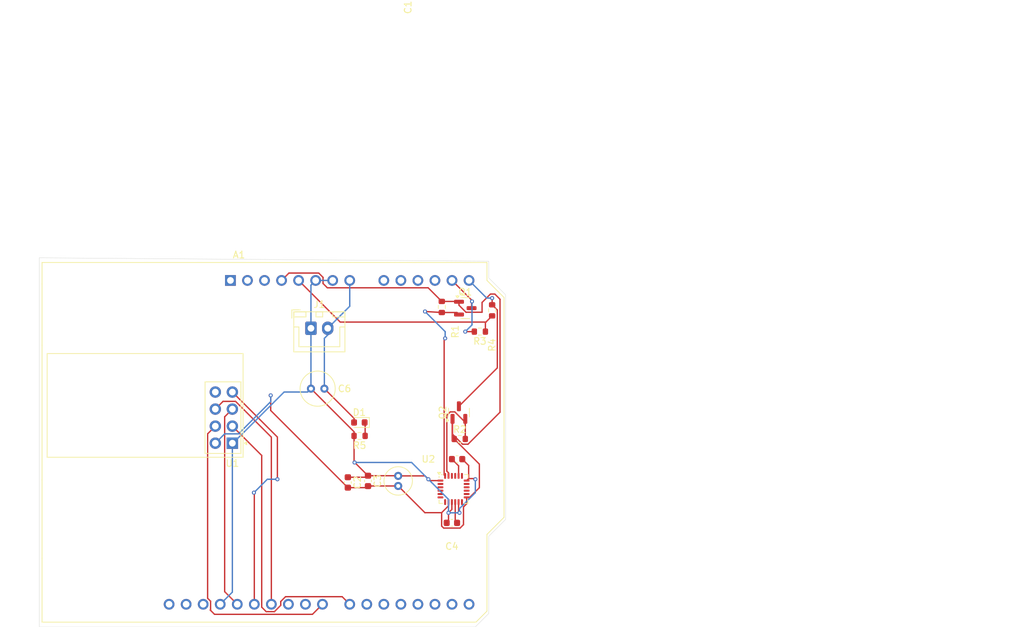
<source format=kicad_pcb>
(kicad_pcb (version 20240108) (generator "pcbnew") (generator_version "8.0")
  (layers (0 "F.Cu" signal) (31 "B.Cu" signal) (34 "B.Paste" user) (35 "F.Paste" user) (36 "B.SilkS" user "B.Silkscreen") (37 "F.SilkS" user "F.Silkscreen") (38 "B.Mask" user) (39 "F.Mask" user) (44 "Edge.Cuts" user))
  (net 0 "")
  (net 6 "SCL")
  (net 8 "+BATT")
  (net 9 "+3.3V")
  (net 10 "GND")
  (net 12 "MISO")
  (net 14 "+5V")
  (net 15 "SDA")
  (net 16 "CE")
  (net 17 "CSN")
  (net 27 "SCK")
  (net 28 "MOSI")
  (net 31 "Net-(U2-REGOUT)")
  (net 32 "Net-(U2-CPOUT)")
  (net 33 "Net-(D1-K)")
  (net 34 "SDA_3.3V")
  (net 35 "SCL_3.3V")
  (footprint "Resistor_SMD:R_0603_1608Metric" (layer "F.Cu") (at 185.5 66.325 -90)
    (property "Reference" "R1" (at 3.675 -2 90) (layer "F.SilkS"))
    (property "Value" "10K")
    (fp_line (start -0.237258 0.5225) (end 0.237258 0.5225) (stroke (width 0.12)) (layer "F.SilkS"))
    (fp_line (start -0.237258 -0.5225) (end 0.237258 -0.5225) (stroke (width 0.12)) (layer "F.SilkS"))
    (pad "1" smd roundrect (at -0.825 0 270) (size 0.8 0.95) (layers "F.Cu" "F.Paste" "F.Mask") (net 9 "+3.3V"))
    (pad "2" smd roundrect (at 0.825 0 270) (size 0.8 0.95) (layers "F.Cu" "F.Paste" "F.Mask") (net 34 "SDA_3.3V"))
  )
  (footprint "Module:Arduino_UNO_R3" (layer "F.Cu") (at 154 62.37)
    (property "Reference" "A1" (at 1.27 -3.81 180) (layer "F.SilkS"))
    (property "Value" "Arduino_UNO_R3")
    (fp_line (start -28.07 -2.67) (end -28.07 0.51) (stroke (width 0.12)) (layer "F.SilkS"))
    (fp_line (start -28.07 0.51) (end -28.07 9.65) (stroke (width 0.12)) (layer "F.SilkS"))
    (fp_line (start -28.07 9.65) (end -28.07 29.72) (stroke (width 0.12)) (layer "F.SilkS"))
    (fp_line (start -28.07 29.72) (end -28.07 41.4) (stroke (width 0.12)) (layer "F.SilkS"))
    (fp_line (start -28.07 41.4) (end -28.07 50.93) (stroke (width 0.12)) (layer "F.SilkS"))
    (fp_line (start -28.07 50.93) (end 36.58 50.93) (stroke (width 0.12)) (layer "F.SilkS"))
    (fp_line (start 36.58 50.93) (end 38.23 49.28) (stroke (width 0.12)) (layer "F.SilkS"))
    (fp_line (start 38.23 -2.67) (end -28.07 -2.67) (stroke (width 0.12)) (layer "F.SilkS"))
    (fp_line (start 38.23 0) (end 38.23 -2.67) (stroke (width 0.12)) (layer "F.SilkS"))
    (fp_line (start 38.23 37.85) (end 40.77 35.31) (stroke (width 0.12)) (layer "F.SilkS"))
    (fp_line (start 38.23 49.28) (end 38.23 37.85) (stroke (width 0.12)) (layer "F.SilkS"))
    (fp_line (start 40.77 2.54) (end 38.23 0) (stroke (width 0.12)) (layer "F.SilkS"))
    (fp_line (start 40.77 35.31) (end 40.77 2.54) (stroke (width 0.12)) (layer "F.SilkS"))
    (pad "1" thru_hole rect (at 0 0 90) (size 1.6 1.6) (drill 1) (layers "*.Cu" "*.Mask"))
    (pad "2" thru_hole oval (at 2.54 0 90) (size 1.6 1.6) (drill 1) (layers "*.Cu" "*.Mask"))
    (pad "3" thru_hole oval (at 5.08 0 90) (size 1.6 1.6) (drill 1) (layers "*.Cu" "*.Mask"))
    (pad "4" thru_hole oval (at 7.62 0 90) (size 1.6 1.6) (drill 1) (layers "*.Cu" "*.Mask") (net 9 "+3.3V"))
    (pad "5" thru_hole oval (at 10.16 0 90) (size 1.6 1.6) (drill 1) (layers "*.Cu" "*.Mask") (net 14 "+5V"))
    (pad "6" thru_hole oval (at 12.7 0 90) (size 1.6 1.6) (drill 1) (layers "*.Cu" "*.Mask") (net 10 "GND"))
    (pad "7" thru_hole oval (at 15.24 0 90) (size 1.6 1.6) (drill 1) (layers "*.Cu" "*.Mask") (net 10 "GND"))
    (pad "8" thru_hole oval (at 17.78 0 90) (size 1.6 1.6) (drill 1) (layers "*.Cu" "*.Mask") (net 8 "+BATT"))
    (pad "9" thru_hole oval (at 22.86 0 90) (size 1.6 1.6) (drill 1) (layers "*.Cu" "*.Mask"))
    (pad "10" thru_hole oval (at 25.4 0 90) (size 1.6 1.6) (drill 1) (layers "*.Cu" "*.Mask"))
    (pad "11" thru_hole oval (at 27.94 0 90) (size 1.6 1.6) (drill 1) (layers "*.Cu" "*.Mask"))
    (pad "12" thru_hole oval (at 30.48 0 90) (size 1.6 1.6) (drill 1) (layers "*.Cu" "*.Mask"))
    (pad "13" thru_hole oval (at 33.02 0 90) (size 1.6 1.6) (drill 1) (layers "*.Cu" "*.Mask") (net 15 "SDA"))
    (pad "14" thru_hole oval (at 35.56 0 90) (size 1.6 1.6) (drill 1) (layers "*.Cu" "*.Mask") (net 6 "SCL"))
    (pad "15" thru_hole oval (at 35.56 48.26 90) (size 1.6 1.6) (drill 1) (layers "*.Cu" "*.Mask"))
    (pad "16" thru_hole oval (at 33.02 48.26 90) (size 1.6 1.6) (drill 1) (layers "*.Cu" "*.Mask"))
    (pad "17" thru_hole oval (at 30.48 48.26 90) (size 1.6 1.6) (drill 1) (layers "*.Cu" "*.Mask"))
    (pad "18" thru_hole oval (at 27.94 48.26 90) (size 1.6 1.6) (drill 1) (layers "*.Cu" "*.Mask"))
    (pad "19" thru_hole oval (at 25.4 48.26 90) (size 1.6 1.6) (drill 1) (layers "*.Cu" "*.Mask"))
    (pad "20" thru_hole oval (at 22.86 48.26 90) (size 1.6 1.6) (drill 1) (layers "*.Cu" "*.Mask"))
    (pad "21" thru_hole oval (at 20.32 48.26 90) (size 1.6 1.6) (drill 1) (layers "*.Cu" "*.Mask"))
    (pad "22" thru_hole oval (at 17.78 48.26 90) (size 1.6 1.6) (drill 1) (layers "*.Cu" "*.Mask") (net 16 "CE"))
    (pad "23" thru_hole oval (at 13.72 48.26 90) (size 1.6 1.6) (drill 1) (layers "*.Cu" "*.Mask") (net 17 "CSN"))
    (pad "24" thru_hole oval (at 11.18 48.26 90) (size 1.6 1.6) (drill 1) (layers "*.Cu" "*.Mask"))
    (pad "25" thru_hole oval (at 8.64 48.26 90) (size 1.6 1.6) (drill 1) (layers "*.Cu" "*.Mask"))
    (pad "26" thru_hole oval (at 6.1 48.26 90) (size 1.6 1.6) (drill 1) (layers "*.Cu" "*.Mask") (net 28 "MOSI"))
    (pad "27" thru_hole oval (at 3.56 48.26 90) (size 1.6 1.6) (drill 1) (layers "*.Cu" "*.Mask") (net 12 "MISO"))
    (pad "28" thru_hole oval (at 1.02 48.26 90) (size 1.6 1.6) (drill 1) (layers "*.Cu" "*.Mask") (net 27 "SCK"))
    (pad "29" thru_hole oval (at -1.52 48.26 90) (size 1.6 1.6) (drill 1) (layers "*.Cu" "*.Mask") (net 10 "GND"))
    (pad "30" thru_hole oval (at -4.06 48.26 90) (size 1.6 1.6) (drill 1) (layers "*.Cu" "*.Mask"))
    (pad "31" thru_hole oval (at -6.6 48.26 90) (size 1.6 1.6) (drill 1) (layers "*.Cu" "*.Mask"))
    (pad "32" thru_hole oval (at -9.14 48.26 90) (size 1.6 1.6) (drill 1) (layers "*.Cu" "*.Mask"))
  )
  (footprint "Package_TO_SOT_SMD:SOT-23" (layer "F.Cu") (at 188.05 82.0625 90)
    (property "Reference" "Q2" (at 0 -2.4 90) (layer "F.SilkS"))
    (property "Value" "BSS138")
    (fp_line (start 0 -1.56) (end 0.65 -1.56) (stroke (width 0.12)) (layer "F.SilkS"))
    (fp_line (start 0 -1.56) (end -0.65 -1.56) (stroke (width 0.12)) (layer "F.SilkS"))
    (fp_line (start 0 1.56) (end 0.65 1.56) (stroke (width 0.12)) (layer "F.SilkS"))
    (fp_line (start 0 1.56) (end -0.65 1.56) (stroke (width 0.12)) (layer "F.SilkS"))
    (fp_poly (pts (xy -1.1625 -1.51) (xy -1.4025 -1.84) (xy -0.9225 -1.84) (xy -1.1625 -1.51)) (stroke (width 0.12)) (fill solid) (layer "F.SilkS"))
    (pad "1" smd roundrect (at -0.9375 -0.95 90) (size 1.475 0.6) (layers "F.Cu" "F.Paste" "F.Mask") (net 9 "+3.3V"))
    (pad "2" smd roundrect (at -0.9375 0.95 90) (size 1.475 0.6) (layers "F.Cu" "F.Paste" "F.Mask") (net 35 "SCL_3.3V"))
    (pad "3" smd roundrect (at 0.9375 0 90) (size 1.475 0.6) (layers "F.Cu" "F.Paste" "F.Mask") (net 6 "SCL"))
  )
  (footprint "Resistor_SMD:R_0603_1608Metric" (layer "F.Cu") (at 173.25 85.54 180)
    (property "Reference" "R5" (at 0 -1.43 360) (layer "F.SilkS"))
    (property "Value" "1k")
    (fp_line (start -0.237258 0.5225) (end 0.237258 0.5225) (stroke (width 0.12)) (layer "F.SilkS"))
    (fp_line (start -0.237258 -0.5225) (end 0.237258 -0.5225) (stroke (width 0.12)) (layer "F.SilkS"))
    (pad "1" smd roundrect (at -0.825 0 180) (size 0.8 0.95) (layers "F.Cu" "F.Paste" "F.Mask") (net 33 "Net-(D1-K)"))
    (pad "2" smd roundrect (at 0.825 0 180) (size 0.8 0.95) (layers "F.Cu" "F.Paste" "F.Mask") (net 10 "GND"))
  )
  (footprint "Capacitor_THT:C_Radial_D4.0mm_H5.0mm_P1.50mm" (layer "F.Cu") (at 179 93 90)
    (property "Reference" "C1" (at 71.32 1.46 90) (layer "F.SilkS"))
    (property "Value" "10uf")
    (fp_circle (center 0.75 0) (end 2.87 0) (stroke (width 0.12)) (fill none) (layer "F.SilkS"))
    (pad "1" thru_hole circle (at 0 0 90) (size 1.2 1.2) (drill 0.6) (layers "*.Cu" "*.Mask") (net 9 "+3.3V"))
    (pad "2" thru_hole circle (at 1.5 0 90) (size 1.2 1.2) (drill 0.6) (layers "*.Cu" "*.Mask") (net 10 "GND"))
  )
  (footprint "RF_Module:nRF24L01_Breakout" (layer "F.Cu") (at 154.2895 86.625 180)
    (property "Reference" "U1" (at 0 -3 360) (layer "F.SilkS"))
    (property "Value" "NRF24L01_Breakout")
    (fp_line (start 27.6 13.35) (end -1.6 13.35) (stroke (width 0.12)) (layer "F.SilkS"))
    (fp_line (start 27.6 -2.1) (end 27.6 13.35) (stroke (width 0.12)) (layer "F.SilkS"))
    (fp_line (start 4.064 9.144) (end -1.27 9.144) (stroke (width 0.12)) (layer "F.SilkS"))
    (fp_line (start 4.064 -1.524) (end 4.064 9.144) (stroke (width 0.12)) (layer "F.SilkS"))
    (fp_line (start -1.27 9.144) (end -1.27 9.144) (stroke (width 0.12)) (layer "F.SilkS"))
    (fp_line (start -1.27 9.144) (end -1.27 -1.524) (stroke (width 0.12)) (layer "F.SilkS"))
    (fp_line (start -1.27 -1.524) (end 4.064 -1.524) (stroke (width 0.12)) (layer "F.SilkS"))
    (fp_line (start -1.27 -1.524) (end -1.27 -1.524) (stroke (width 0.12)) (layer "F.SilkS"))
    (fp_line (start -1.6 13.35) (end -1.6 -2.1) (stroke (width 0.12)) (layer "F.SilkS"))
    (fp_line (start -1.6 -2.1) (end 27.6 -2.1) (stroke (width 0.12)) (layer "F.SilkS"))
    (fp_line (start -1.6 -2.1) (end -1.6 -2.1) (stroke (width 0.12)) (layer "F.SilkS"))
    (fp_poly (pts (xy -1.8 0) (xy -2.136 0.24) (xy -2.136 -0.24) (xy -1.8 0)) (stroke (width 0.12)) (fill solid) (layer "F.SilkS"))
    (pad "1" thru_hole rect (at 0 0 180) (size 1.7 1.7) (drill 1) (layers "*.Cu" "*.Mask") (net 10 "GND"))
    (pad "2" thru_hole circle (at 2.54 0 180) (size 1.7 1.7) (drill 1) (layers "*.Cu" "*.Mask") (net 9 "+3.3V"))
    (pad "3" thru_hole circle (at 0 2.54 180) (size 1.7 1.7) (drill 1) (layers "*.Cu" "*.Mask") (net 16 "CE"))
    (pad "4" thru_hole circle (at 2.54 2.54 180) (size 1.7 1.7) (drill 1) (layers "*.Cu" "*.Mask") (net 17 "CSN"))
    (pad "5" thru_hole circle (at 0 5.08 180) (size 1.7 1.7) (drill 1) (layers "*.Cu" "*.Mask") (net 27 "SCK"))
    (pad "6" thru_hole circle (at 2.54 5.08 180) (size 1.7 1.7) (drill 1) (layers "*.Cu" "*.Mask") (net 28 "MOSI"))
    (pad "7" thru_hole circle (at 0 7.62 180) (size 1.7 1.7) (drill 1) (layers "*.Cu" "*.Mask") (net 12 "MISO"))
    (pad "8" thru_hole circle (at 2.54 7.62 180) (size 1.7 1.7) (drill 1) (layers "*.Cu" "*.Mask"))
  )
  (footprint "Resistor_SMD:R_0603_1608Metric" (layer "F.Cu") (at 188.175 86)
    (property "Reference" "R2" (at 0 -1.43 360) (layer "F.SilkS"))
    (property "Value" "10K")
    (fp_line (start -0.237258 -0.5225) (end 0.237258 -0.5225) (stroke (width 0.12)) (layer "F.SilkS"))
    (fp_line (start -0.237258 0.5225) (end 0.237258 0.5225) (stroke (width 0.12)) (layer "F.SilkS"))
    (pad "1" smd roundrect (at -0.825 0) (size 0.8 0.95) (layers "F.Cu" "F.Paste" "F.Mask") (net 9 "+3.3V"))
    (pad "2" smd roundrect (at 0.825 0) (size 0.8 0.95) (layers "F.Cu" "F.Paste" "F.Mask") (net 35 "SCL_3.3V"))
  )
  (footprint "Resistor_SMD:R_0603_1608Metric" (layer "F.Cu") (at 193 66.825 90)
    (property "Reference" "R4" (at -5.175 0 90) (layer "F.SilkS"))
    (property "Value" "10K")
    (fp_line (start -0.237258 -0.5225) (end 0.237258 -0.5225) (stroke (width 0.12)) (layer "F.SilkS"))
    (fp_line (start -0.237258 0.5225) (end 0.237258 0.5225) (stroke (width 0.12)) (layer "F.SilkS"))
    (pad "1" smd roundrect (at -0.825 0 90) (size 0.8 0.95) (layers "F.Cu" "F.Paste" "F.Mask") (net 14 "+5V"))
    (pad "2" smd roundrect (at 0.825 0 90) (size 0.8 0.95) (layers "F.Cu" "F.Paste" "F.Mask") (net 6 "SCL"))
  )
  (footprint "LED_SMD:LED_0603_1608Metric" (layer "F.Cu") (at 173.2125 83.54 180)
    (property "Reference" "D1" (at 0 1.5 360) (layer "F.SilkS"))
    (property "Value" "LED")
    (fp_line (start 0.8 -0.735) (end -1.485 -0.735) (stroke (width 0.12)) (layer "F.SilkS"))
    (fp_line (start -1.485 0.735) (end 0.8 0.735) (stroke (width 0.12)) (layer "F.SilkS"))
    (fp_line (start -1.485 -0.735) (end -1.485 0.735) (stroke (width 0.12)) (layer "F.SilkS"))
    (pad "1" smd roundrect (at -0.7875 0 180) (size 0.875 0.95) (layers "F.Cu" "F.Paste" "F.Mask") (net 33 "Net-(D1-K)"))
    (pad "2" smd roundrect (at 0.7875 0 180) (size 0.875 0.95) (layers "F.Cu" "F.Paste" "F.Mask") (net 8 "+BATT"))
  )
  (footprint "Capacitor_SMD:C_0603_1608Metric" (layer "F.Cu") (at 171.5 92.475 -90)
    (property "Reference" "C2" (at 0 -1.43 90) (layer "F.SilkS"))
    (property "Value" "100n")
    (fp_line (start -0.14058 0.51) (end 0.14058 0.51) (stroke (width 0.12)) (layer "F.SilkS"))
    (fp_line (start -0.14058 -0.51) (end 0.14058 -0.51) (stroke (width 0.12)) (layer "F.SilkS"))
    (pad "1" smd roundrect (at -0.775 0 270) (size 0.9 0.95) (layers "F.Cu" "F.Paste" "F.Mask") (net 10 "GND"))
    (pad "2" smd roundrect (at 0.775 0 270) (size 0.9 0.95) (layers "F.Cu" "F.Paste" "F.Mask") (net 9 "+3.3V"))
  )
  (footprint "Resistor_SMD:R_0603_1608Metric" (layer "F.Cu") (at 191.175 70 180)
    (property "Reference" "R3" (at 0 -1.43 360) (layer "F.SilkS"))
    (property "Value" "10K")
    (fp_line (start -0.237258 0.5225) (end 0.237258 0.5225) (stroke (width 0.12)) (layer "F.SilkS"))
    (fp_line (start -0.237258 -0.5225) (end 0.237258 -0.5225) (stroke (width 0.12)) (layer "F.SilkS"))
    (pad "1" smd roundrect (at -0.825 0 180) (size 0.8 0.95) (layers "F.Cu" "F.Paste" "F.Mask") (net 14 "+5V"))
    (pad "2" smd roundrect (at 0.825 0 180) (size 0.8 0.95) (layers "F.Cu" "F.Paste" "F.Mask") (net 15 "SDA"))
  )
  (footprint "Capacitor_SMD:C_0603_1608Metric" (layer "F.Cu") (at 187.775 89 180)
    (property "Reference" "C5" (hide yes))
    (property "Value" "220p")
    (fp_line (start -0.14058 0.51) (end 0.14058 0.51) (stroke (width 0.12)) (layer "F.SilkS"))
    (fp_line (start -0.14058 -0.51) (end 0.14058 -0.51) (stroke (width 0.12)) (layer "F.SilkS"))
    (pad "1" smd roundrect (at -0.775 0 180) (size 0.9 0.95) (layers "F.Cu" "F.Paste" "F.Mask") (net 10 "GND"))
    (pad "2" smd roundrect (at 0.775 0 180) (size 0.9 0.95) (layers "F.Cu" "F.Paste" "F.Mask") (net 32 "Net-(U2-CPOUT)"))
  )
  (footprint "Capacitor_THT:C_Radial_D5.0mm_H7.0mm_P2.00mm" (layer "F.Cu") (at 168 78.5 180)
    (property "Reference" "C6" (at -3 0 360) (layer "F.SilkS"))
    (property "Value" "100u")
    (fp_circle (center 1 0) (end 3.62 0) (stroke (width 0.12)) (fill none) (layer "F.SilkS"))
    (pad "1" thru_hole circle (at 0 0 180) (size 1.2 1.2) (drill 0.6) (layers "*.Cu" "*.Mask") (net 8 "+BATT"))
    (pad "2" thru_hole circle (at 2 0 180) (size 1.2 1.2) (drill 0.6) (layers "*.Cu" "*.Mask") (net 10 "GND"))
  )
  (footprint "Connector_JST:JST_XH_B2B-XH-A_1x02_P2.50mm_Vertical" (layer "F.Cu") (at 166 69.5)
    (property "Reference" "J1" (at 1.25 -3.55 0) (layer "F.SilkS"))
    (property "Value" "POWER CONN")
    (fp_line (start -2.85 -2.75) (end -2.85 -1.5) (stroke (width 0.12)) (layer "F.SilkS"))
    (fp_line (start -2.56 -2.46) (end -2.56 3.51) (stroke (width 0.12)) (layer "F.SilkS"))
    (fp_line (start -2.56 3.51) (end 5.06 3.51) (stroke (width 0.12)) (layer "F.SilkS"))
    (fp_line (start -2.55 -2.45) (end -2.55 -1.7) (stroke (width 0.12)) (layer "F.SilkS"))
    (fp_line (start -2.55 -1.7) (end -0.75 -1.7) (stroke (width 0.12)) (layer "F.SilkS"))
    (fp_line (start -2.55 -0.2) (end -1.8 -0.2) (stroke (width 0.12)) (layer "F.SilkS"))
    (fp_line (start -1.8 -0.2) (end -1.8 2.75) (stroke (width 0.12)) (layer "F.SilkS"))
    (fp_line (start -1.8 2.75) (end 1.25 2.75) (stroke (width 0.12)) (layer "F.SilkS"))
    (fp_line (start -1.6 -2.75) (end -2.85 -2.75) (stroke (width 0.12)) (layer "F.SilkS"))
    (fp_line (start -0.75 -2.45) (end -2.55 -2.45) (stroke (width 0.12)) (layer "F.SilkS"))
    (fp_line (start -0.75 -1.7) (end -0.75 -2.45) (stroke (width 0.12)) (layer "F.SilkS"))
    (fp_line (start 0.75 -2.45) (end 0.75 -1.7) (stroke (width 0.12)) (layer "F.SilkS"))
    (fp_line (start 0.75 -1.7) (end 1.75 -1.7) (stroke (width 0.12)) (layer "F.SilkS"))
    (fp_line (start 1.75 -2.45) (end 0.75 -2.45) (stroke (width 0.12)) (layer "F.SilkS"))
    (fp_line (start 1.75 -1.7) (end 1.75 -2.45) (stroke (width 0.12)) (layer "F.SilkS"))
    (fp_line (start 3.25 -2.45) (end 3.25 -1.7) (stroke (width 0.12)) (layer "F.SilkS"))
    (fp_line (start 3.25 -1.7) (end 5.05 -1.7) (stroke (width 0.12)) (layer "F.SilkS"))
    (fp_line (start 4.3 -0.2) (end 4.3 2.75) (stroke (width 0.12)) (layer "F.SilkS"))
    (fp_line (start 4.3 2.75) (end 1.25 2.75) (stroke (width 0.12)) (layer "F.SilkS"))
    (fp_line (start 5.05 -2.45) (end 3.25 -2.45) (stroke (width 0.12)) (layer "F.SilkS"))
    (fp_line (start 5.05 -1.7) (end 5.05 -2.45) (stroke (width 0.12)) (layer "F.SilkS"))
    (fp_line (start 5.05 -0.2) (end 4.3 -0.2) (stroke (width 0.12)) (layer "F.SilkS"))
    (fp_line (start 5.06 -2.46) (end -2.56 -2.46) (stroke (width 0.12)) (layer "F.SilkS"))
    (fp_line (start 5.06 3.51) (end 5.06 -2.46) (stroke (width 0.12)) (layer "F.SilkS"))
    (pad "1" thru_hole roundrect (at 0 0) (size 1.7 2) (drill 1) (layers "*.Cu" "*.Mask") (roundrect_rratio 0.147059) (net 10 "GND"))
    (pad "2" thru_hole oval (at 2.5 0) (size 1.7 2) (drill 1) (layers "*.Cu" "*.Mask") (net 8 "+BATT"))
  )
  (footprint "Package_TO_SOT_SMD:SOT-23" (layer "F.Cu") (at 189 66.5)
    (property "Reference" "Q1" (at 0 -2.4 0) (layer "F.SilkS"))
    (property "Value" "BSS138")
    (fp_line (start 0 -1.56) (end -0.65 -1.56) (stroke (width 0.12)) (layer "F.SilkS"))
    (fp_line (start 0 -1.56) (end 0.65 -1.56) (stroke (width 0.12)) (layer "F.SilkS"))
    (fp_line (start 0 1.56) (end -0.65 1.56) (stroke (width 0.12)) (layer "F.SilkS"))
    (fp_line (start 0 1.56) (end 0.65 1.56) (stroke (width 0.12)) (layer "F.SilkS"))
    (fp_poly (pts (xy -1.1625 -1.51) (xy -1.4025 -1.84) (xy -0.9225 -1.84) (xy -1.1625 -1.51)) (stroke (width 0.12)) (fill solid) (layer "F.SilkS"))
    (pad "1" smd roundrect (at -0.9375 -0.95) (size 1.475 0.6) (layers "F.Cu" "F.Paste" "F.Mask") (net 9 "+3.3V"))
    (pad "2" smd roundrect (at -0.9375 0.95) (size 1.475 0.6) (layers "F.Cu" "F.Paste" "F.Mask") (net 34 "SDA_3.3V"))
    (pad "3" smd roundrect (at 0.9375 0) (size 1.475 0.6) (layers "F.Cu" "F.Paste" "F.Mask") (net 15 "SDA"))
  )
  (footprint "Capacitor_SMD:C_0603_1608Metric" (layer "F.Cu") (at 174.5 92.25 -90)
    (property "Reference" "C3" (at 0 -1.43 90) (layer "F.SilkS"))
    (property "Value" "100n")
    (fp_line (start -0.14058 0.51) (end 0.14058 0.51) (stroke (width 0.12)) (layer "F.SilkS"))
    (fp_line (start -0.14058 -0.51) (end 0.14058 -0.51) (stroke (width 0.12)) (layer "F.SilkS"))
    (pad "1" smd roundrect (at -0.775 0 270) (size 0.9 0.95) (layers "F.Cu" "F.Paste" "F.Mask") (net 10 "GND"))
    (pad "2" smd roundrect (at 0.775 0 270) (size 0.9 0.95) (layers "F.Cu" "F.Paste" "F.Mask") (net 9 "+3.3V"))
  )
  (footprint "Sensor_Motion:InvenSense_QFN-24_4x4mm_P0.5mm" (layer "F.Cu") (at 187.25 93.45)
    (property "Reference" "U2" (at -3.75 -4.45 360) (layer "F.SilkS"))
    (property "Value" "MPU-6050")
    (fp_line (start -2.15 -1.685) (end -2.15 -1.91) (stroke (width 0.12)) (layer "F.SilkS"))
    (fp_line (start -2.15 2.15) (end -2.15 1.625) (stroke (width 0.12)) (layer "F.SilkS"))
    (fp_line (start -2.15 2.15) (end -1.625 2.15) (stroke (width 0.12)) (layer "F.SilkS"))
    (fp_line (start -1.625 -2.15) (end -1.85 -2.15) (stroke (width 0.12)) (layer "F.SilkS"))
    (fp_line (start 2.15 -2.15) (end 1.625 -2.15) (stroke (width 0.12)) (layer "F.SilkS"))
    (fp_line (start 2.15 -2.15) (end 2.15 -1.625) (stroke (width 0.12)) (layer "F.SilkS"))
    (fp_line (start 2.15 2.15) (end 1.625 2.15) (stroke (width 0.12)) (layer "F.SilkS"))
    (fp_line (start 2.15 2.15) (end 2.15 1.625) (stroke (width 0.12)) (layer "F.SilkS"))
    (fp_poly (pts (xy -2.15 -2.15) (xy -2.39 -2.48) (xy -1.91 -2.48) (xy -2.15 -2.15)) (stroke (width 0.12)) (fill solid) (layer "F.SilkS"))
    (pad "1" smd roundrect (at -1.95 -1.25) (size 0.85 0.3) (layers "F.Cu" "F.Paste" "F.Mask") (net 10 "GND"))
    (pad "2" smd roundrect (at -1.95 -0.75) (size 0.85 0.3) (layers "F.Cu" "F.Paste" "F.Mask"))
    (pad "3" smd roundrect (at -1.95 -0.25) (size 0.85 0.3) (layers "F.Cu" "F.Paste" "F.Mask"))
    (pad "4" smd roundrect (at -1.95 0.25) (size 0.85 0.3) (layers "F.Cu" "F.Paste" "F.Mask"))
    (pad "5" smd roundrect (at -1.95 0.75) (size 0.85 0.3) (layers "F.Cu" "F.Paste" "F.Mask"))
    (pad "6" smd roundrect (at -1.95 1.25) (size 0.85 0.3) (layers "F.Cu" "F.Paste" "F.Mask"))
    (pad "7" smd roundrect (at -1.25 1.95 90) (size 0.85 0.3) (layers "F.Cu" "F.Paste" "F.Mask"))
    (pad "8" smd roundrect (at -0.75 1.95 90) (size 0.85 0.3) (layers "F.Cu" "F.Paste" "F.Mask") (net 9 "+3.3V"))
    (pad "9" smd roundrect (at -0.25 1.95 90) (size 0.85 0.3) (layers "F.Cu" "F.Paste" "F.Mask") (net 10 "GND"))
    (pad "10" smd roundrect (at 0.25 1.95 90) (size 0.85 0.3) (layers "F.Cu" "F.Paste" "F.Mask") (net 31 "Net-(U2-REGOUT)"))
    (pad "11" smd roundrect (at 0.75 1.95 90) (size 0.85 0.3) (layers "F.Cu" "F.Paste" "F.Mask") (net 10 "GND"))
    (pad "12" smd roundrect (at 1.25 1.95 90) (size 0.85 0.3) (layers "F.Cu" "F.Paste" "F.Mask"))
    (pad "13" smd roundrect (at 1.95 1.25) (size 0.85 0.3) (layers "F.Cu" "F.Paste" "F.Mask") (net 9 "+3.3V"))
    (pad "14" smd roundrect (at 1.95 0.75) (size 0.85 0.3) (layers "F.Cu" "F.Paste" "F.Mask"))
    (pad "15" smd roundrect (at 1.95 0.25) (size 0.85 0.3) (layers "F.Cu" "F.Paste" "F.Mask"))
    (pad "16" smd roundrect (at 1.95 -0.25) (size 0.85 0.3) (layers "F.Cu" "F.Paste" "F.Mask"))
    (pad "17" smd roundrect (at 1.95 -0.75) (size 0.85 0.3) (layers "F.Cu" "F.Paste" "F.Mask"))
    (pad "18" smd roundrect (at 1.95 -1.25) (size 0.85 0.3) (layers "F.Cu" "F.Paste" "F.Mask") (net 10 "GND"))
    (pad "19" smd roundrect (at 1.25 -1.95 90) (size 0.85 0.3) (layers "F.Cu" "F.Paste" "F.Mask"))
    (pad "20" smd roundrect (at 0.75 -1.95 90) (size 0.85 0.3) (layers "F.Cu" "F.Paste" "F.Mask") (net 32 "Net-(U2-CPOUT)"))
    (pad "21" smd roundrect (at 0.25 -1.95 90) (size 0.85 0.3) (layers "F.Cu" "F.Paste" "F.Mask"))
    (pad "22" smd roundrect (at -0.25 -1.95 90) (size 0.85 0.3) (layers "F.Cu" "F.Paste" "F.Mask"))
    (pad "23" smd roundrect (at -0.75 -1.95 90) (size 0.85 0.3) (layers "F.Cu" "F.Paste" "F.Mask") (net 35 "SCL_3.3V"))
    (pad "24" smd roundrect (at -1.25 -1.95 90) (size 0.85 0.3) (layers "F.Cu" "F.Paste" "F.Mask") (net 34 "SDA_3.3V"))
  )
  (footprint "Capacitor_SMD:C_0603_1608Metric" (layer "F.Cu") (at 187 98.5 180)
    (property "Reference" "C4" (at 0 -3.5 0) (layer "F.SilkS"))
    (property "Value" "100n" (hide yes))
    (fp_line (start -0.14058 0.51) (end 0.14058 0.51) (stroke (width 0.12)) (layer "F.SilkS"))
    (fp_line (start -0.14058 -0.51) (end 0.14058 -0.51) (stroke (width 0.12)) (layer "F.SilkS"))
    (pad "1" smd roundrect (at -0.775 0 180) (size 0.9 0.95) (layers "F.Cu" "F.Paste" "F.Mask") (net 31 "Net-(U2-REGOUT)"))
    (pad "2" smd roundrect (at 0.775 0 180) (size 0.9 0.95) (layers "F.Cu" "F.Paste" "F.Mask") (net 10 "GND"))
  )
  (gr_line (start 154 87) (end 154.5 86.5) (stroke (width 0.2)) (layer "B.Cu") (net 10))
  (gr_poly (pts (xy 192.5 59.5) (xy 192.5 62) (xy 195 64.5) (xy 195 98) (xy 192.5 100.5) (xy 192.5 112) (xy 190.5 114) (xy 125.5 114) (xy 125.5 104.5) (xy 125.5 104.5) (xy 125.5 91.5) (xy 125.5 91.5) (xy 125.5 72.5) (xy 125.5 73) (xy 125.5 63) (xy 125.5 62.5) (xy 125.5 59)) (stroke (width 0.05)) (fill none) (layer "Edge.Cuts"))
  (segment (start 193 66) (end 193.775 66.775) (width 0.2) (layer "F.Cu") (net 6))
  (segment (start 193.775 75.4) (end 188.05 81.125) (width 0.2) (layer "F.Cu") (net 6))
  (segment (start 193.775 66.775) (end 193.775 75.4) (width 0.2) (layer "F.Cu") (net 6))
  (segment (start 193 66) (end 193 65) (width 0.2) (layer "F.Cu") (net 6))
  (via (at 193 65) (size 0.6) (drill 0.3) (layers "F.Cu" "B.Cu") (net 6))
  (segment (start 193 65) (end 192.19 65) (width 0.2) (layer "B.Cu") (net 6))
  (segment (start 192.19 65) (end 189.56 62.37) (width 0.2) (layer "B.Cu") (net 6))
  (segment (start 172.425 83.54) (end 172.425 82.925) (width 0.2) (layer "F.Cu") (net 8))
  (segment (start 172.425 82.925) (end 168 78.5) (width 0.2) (layer "F.Cu") (net 8))
  (segment (start 171.78 62.37) (end 171.78 66.22) (width 0.2) (layer "B.Cu") (net 8))
  (segment (start 171.78 66.22) (end 168.5 69.5) (width 0.2) (layer "B.Cu") (net 8))
  (segment (start 168 71) (end 168 78.5) (width 0.2) (layer "B.Cu") (net 8))
  (segment (start 168.5 70.5) (end 168 71) (width 0.2) (layer "B.Cu") (net 8))
  (segment (start 168.5 69.5) (end 168.5 70.5) (width 0.2) (layer "B.Cu") (net 8))
  (segment (start 187.1 85.287648) (end 187.1 83) (width 0.2) (layer "F.Cu") (net 9))
  (segment (start 188.0125 65.5) (end 188.0625 65.55) (width 0.2) (layer "F.Cu") (net 9))
  (segment (start 191.1 93.25741) (end 191.1 89.75) (width 0.2) (layer "F.Cu") (net 9))
  (segment (start 189.65741 94.7) (end 191.1 93.25741) (width 0.2) (layer "F.Cu") (net 9))
  (segment (start 185.475 96.98241) (end 185.478705 96.978705) (width 0.2) (layer "F.Cu") (net 9))
  (segment (start 188.0625 65.55) (end 188.0625 66.071948) (width 0.2) (layer "F.Cu") (net 9))
  (segment (start 182.978705 96.978705) (end 185.478705 96.978705) (width 0.2) (layer "F.Cu") (net 9))
  (segment (start 189.2 94.7) (end 189.2 95.65741) (width 0.2) (layer "F.Cu") (net 9))
  (segment (start 188.73241 96.125) (end 188.73241 98.766286) (width 0.2) (layer "F.Cu") (net 9))
  (segment (start 188.73241 98.766286) (end 188.223696 99.275) (width 0.2) (layer "F.Cu") (net 9))
  (segment (start 191.5 67.109448) (end 191.5 65.651471) (width 0.2) (layer "F.Cu") (net 9))
  (segment (start 187.05 83.05) (end 187.1 83) (width 0.2) (layer "F.Cu") (net 9))
  (segment (start 179 93) (end 182.978705 96.978705) (width 0.2) (layer "F.Cu") (net 9))
  (segment (start 191.5 65.651471) (end 192.751471 64.4) (width 0.2) (layer "F.Cu") (net 9))
  (segment (start 193.4 64.4) (end 194.175 65.175) (width 0.2) (layer "F.Cu") (net 9))
  (segment (start 188.587352 86.775) (end 187.1 85.287648) (width 0.2) (layer "F.Cu") (net 9))
  (segment (start 174.5 93.025) (end 174.975 93.025) (width 0.2) (layer "F.Cu") (net 9))
  (segment (start 187.35 86) (end 187.05 85.7) (width 0.2) (layer "F.Cu") (net 9))
  (segment (start 168.444365 63.47) (end 167.8 62.825635) (width 0.2) (layer "F.Cu") (net 9))
  (segment (start 187.05 85.7) (end 187.05 83.05) (width 0.2) (layer "F.Cu") (net 9))
  (segment (start 167.8 62.825635) (end 167.8 61.914365) (width 0.2) (layer "F.Cu") (net 9))
  (segment (start 162.72 61.27) (end 161.62 62.37) (width 0.2) (layer "F.Cu") (net 9))
  (segment (start 188.223696 99.275) (end 185.776304 99.275) (width 0.2) (layer "F.Cu") (net 9))
  (segment (start 171.5 93.25) (end 174.275 93.25) (width 0.2) (layer "F.Cu") (net 9))
  (segment (start 160 79.5) (end 160 81.75) (width 0.2) (layer "F.Cu") (net 9))
  (segment (start 185.5 65.5) (end 188.0125 65.5) (width 0.2) (layer "F.Cu") (net 9))
  (segment (start 191.1 89.75) (end 187.35 86) (width 0.2) (layer "F.Cu") (net 9))
  (segment (start 185.776304 99.275) (end 185.475 98.973696) (width 0.2) (layer "F.Cu") (net 9))
  (segment (start 194.175 82.012648) (end 189.412648 86.775) (width 0.2) (layer "F.Cu") (net 9))
  (segment (start 174.975 93.025) (end 175 93) (width 0.2) (layer "F.Cu") (net 9))
  (segment (start 183.47 63.47) (end 168.444365 63.47) (width 0.2) (layer "F.Cu") (net 9))
  (segment (start 189.1 67.109448) (end 191.5 67.109448) (width 0.2) (layer "F.Cu") (net 9))
  (segment (start 185.5 65.5) (end 183.47 63.47) (width 0.2) (layer "F.Cu") (net 9))
  (segment (start 188.0625 66.071948) (end 189.1 67.109448) (width 0.2) (layer "F.Cu") (net 9))
  (segment (start 175 93) (end 179 93) (width 0.2) (layer "F.Cu") (net 9))
  (segment (start 192.751471 64.4) (end 193.4 64.4) (width 0.2) (layer "F.Cu") (net 9))
  (segment (start 160 81.75) (end 171.5 93.25) (width 0.2) (layer "F.Cu") (net 9))
  (segment (start 189.2 95.65741) (end 188.73241 96.125) (width 0.2) (layer "F.Cu") (net 9))
  (segment (start 185.478705 96.978705) (end 186.5 95.95741) (width 0.2) (layer "F.Cu") (net 9))
  (segment (start 167.8 61.914365) (end 167.155635 61.27) (width 0.2) (layer "F.Cu") (net 9))
  (segment (start 167.155635 61.27) (end 162.72 61.27) (width 0.2) (layer "F.Cu") (net 9))
  (segment (start 185.475 98.973696) (end 185.475 96.98241) (width 0.2) (layer "F.Cu") (net 9))
  (segment (start 189.412648 86.775) (end 188.587352 86.775) (width 0.2) (layer "F.Cu") (net 9))
  (segment (start 186.5 95.95741) (end 186.5 95.4) (width 0.2) (layer "F.Cu") (net 9))
  (segment (start 189.2 94.7) (end 189.65741 94.7) (width 0.2) (layer "F.Cu") (net 9))
  (segment (start 174.275 93.25) (end 174.5 93.025) (width 0.2) (layer "F.Cu") (net 9))
  (segment (start 194.175 65.175) (end 194.175 82.012648) (width 0.2) (layer "F.Cu") (net 9))
  (via (at 160 79.5) (size 0.6) (drill 0.3) (layers "F.Cu" "B.Cu") (net 9))
  (segment (start 159.967157 80.467157) (end 160 80.434314) (width 0.2) (layer "B.Cu") (net 9))
  (segment (start 155.199314 85.235) (end 159.967157 80.467157) (width 0.2) (layer "B.Cu") (net 9))
  (segment (start 151.7495 86.625) (end 153.1395 85.235) (width 0.2) (layer "B.Cu") (net 9))
  (segment (start 153.1395 85.235) (end 155.199314 85.235) (width 0.2) (layer "B.Cu") (net 9))
  (segment (start 160 80.434314) (end 160 79.5) (width 0.2) (layer "B.Cu") (net 9))
  (segment (start 187 96.5) (end 187 95.4) (width 0.2) (layer "F.Cu") (net 10))
  (segment (start 172.425 85.54) (end 172.425 89.4) (width 0.2) (layer "F.Cu") (net 10))
  (segment (start 190.4 91.9) (end 190.5 92) (width 0.2) (layer "F.Cu") (net 10))
  (segment (start 178.975 91.475) (end 179 91.5) (width 0.2) (layer "F.Cu") (net 10))
  (segment (start 172.5 89.5) (end 172.525 89.5) (width 0.2) (layer "F.Cu") (net 10))
  (segment (start 183 91.5) (end 183.5 92) (width 0.2) (layer "F.Cu") (net 10))
  (segment (start 172.425 84.925) (end 172.425 85.54) (width 0.2) (layer "F.Cu") (net 10))
  (segment (start 186.5 98.225) (end 186.225 98.5) (width 0.2) (layer "F.Cu") (net 10))
  (segment (start 171.5 91.7) (end 174.275 91.7) (width 0.2) (layer "F.Cu") (net 10))
  (segment (start 188 95.4) (end 188 96.86759) (width 0.2) (layer "F.Cu") (net 10))
  (segment (start 174.5 91.475) (end 174.7375 91.2375) (width 0.2) (layer "F.Cu") (net 10))
  (segment (start 179 91.5) (end 183 91.5) (width 0.2) (layer "F.Cu") (net 10))
  (segment (start 172.525 89.5) (end 174.5 91.475) (width 0.2) (layer "F.Cu") (net 10))
  (segment (start 186.5 97) (end 186.5 98.225) (width 0.2) (layer "F.Cu") (net 10))
  (segment (start 183.7 92.2) (end 185.3 92.2) (width 0.2) (layer "F.Cu") (net 10))
  (segment (start 172.5 89.475) (end 172.5 89.5) (width 0.2) (layer "F.Cu") (net 10))
  (segment (start 174.5 91.475) (end 178.975 91.475) (width 0.2) (layer "F.Cu") (net 10))
  (segment (start 189.5 91.9) (end 190.4 91.9) (width 0.2) (layer "F.Cu") (net 10))
  (segment (start 166 78.5) (end 172.425 84.925) (width 0.2) (layer "F.Cu") (net 10))
  (segment (start 183.5 92) (end 183.7 92.2) (width 0.2) (layer "F.Cu") (net 10))
  (segment (start 190.5 92) (end 190.575736 92.075736) (width 0.2) (layer "F.Cu") (net 10))
  (segment (start 186.5 97) (end 187 96.5) (width 0.2) (layer "F.Cu") (net 10))
  (segment (start 174.275 91.7) (end 174.5 91.475) (width 0.2) (layer "F.Cu") (net 10))
  (segment (start 188.55 89) (end 189.5 89.95) (width 0.2) (layer "F.Cu") (net 10))
  (segment (start 189.5 89.95) (end 189.5 91.9) (width 0.2) (layer "F.Cu") (net 10))
  (segment (start 188 96.86759) (end 188.13241 97) (width 0.2) (layer "F.Cu") (net 10))
  (segment (start 189.2 92.2) (end 189.5 91.9) (width 0.2) (layer "F.Cu") (net 10))
  (segment (start 172.425 89.4) (end 172.5 89.475) (width 0.2) (layer "F.Cu") (net 10))
  (via (at 190.5 92) (size 0.6) (drill 0.3) (layers "F.Cu" "B.Cu") (net 10))
  (via (at 186.5 97) (size 0.6) (drill 0.3) (layers "F.Cu" "B.Cu") (net 10))
  (via (at 183.5 92) (size 0.6) (drill 0.3) (layers "F.Cu" "B.Cu") (net 10))
  (via (at 188.13241 97) (size 0.6) (drill 0.3) (layers "F.Cu" "B.Cu") (net 10))
  (via (at 172.5 89.5) (size 0.6) (drill 0.3) (layers "F.Cu" "B.Cu") (net 10))
  (segment (start 154.2895 108.8205) (end 152.48 110.63) (width 0.2) (layer "B.Cu") (net 10))
  (segment (start 188.13241 96.36759) (end 190.5 94) (width 0.2) (layer "B.Cu") (net 10))
  (segment (start 154.2895 86.625) (end 154.2895 108.8205) (width 0.2) (layer "B.Cu") (net 10))
  (segment (start 166 69.5) (end 166 63.07) (width 0.2) (layer "B.Cu") (net 10))
  (segment (start 181 89.5) (end 183.5 92) (width 0.2) (layer "B.Cu") (net 10))
  (segment (start 186.5 97) (end 186.5 95) (width 0.2) (layer "B.Cu") (net 10))
  (segment (start 188.13241 97) (end 188.13241 96.36759) (width 0.2) (layer "B.Cu") (net 10))
  (segment (start 166 78.5) (end 166 69.5) (width 0.2) (layer "B.Cu") (net 10))
  (segment (start 165.5 79) (end 162 79) (width 0.2) (layer "B.Cu") (net 10))
  (segment (start 188.13241 97) (end 186.5 97) (width 0.2) (layer "B.Cu") (net 10))
  (segment (start 190.5 94) (end 190.5 92) (width 0.2) (layer "B.Cu") (net 10))
  (segment (start 186.5 95) (end 183.5 92) (width 0.2) (layer "B.Cu") (net 10))
  (segment (start 166 78.5) (end 165.5 79) (width 0.2) (layer "B.Cu") (net 10))
  (segment (start 162 79) (end 154.5 86.5) (width 0.2) (layer "B.Cu") (net 10))
  (segment (start 166.7 62.37) (end 169.24 62.37) (width 0.2) (layer "B.Cu") (net 10))
  (segment (start 166 63.07) (end 166.7 62.37) (width 0.2) (layer "B.Cu") (net 10))
  (segment (start 172.5 89.5) (end 181 89.5) (width 0.2) (layer "B.Cu") (net 10))
  (segment (start 154.2895 79.005) (end 161 85.7155) (width 0.2) (layer "F.Cu") (net 12))
  (segment (start 157.56 110.63) (end 157.56 94.06) (width 0.2) (layer "F.Cu") (net 12))
  (segment (start 157.5 94) (end 157.56 94.06) (width 0.2) (layer "F.Cu") (net 12))
  (segment (start 161 85.7155) (end 161 92) (width 0.2) (layer "F.Cu") (net 12))
  (via (at 161 92) (size 0.6) (drill 0.3) (layers "F.Cu" "B.Cu") (net 12))
  (via (at 157.5 94) (size 0.6) (drill 0.3) (layers "F.Cu" "B.Cu") (net 12))
  (segment (start 157.5 94) (end 159.5 92) (width 0.2) (layer "B.Cu") (net 12))
  (segment (start 159.5 92) (end 161 92) (width 0.2) (layer "B.Cu") (net 12))
  (segment (start 192 68.65) (end 192.075 68.575) (width 0.2) (layer "F.Cu") (net 14))
  (segment (start 170.365 68.575) (end 164.16 62.37) (width 0.2) (layer "F.Cu") (net 14))
  (segment (start 192.075 68.575) (end 170.365 68.575) (width 0.2) (layer "F.Cu") (net 14))
  (segment (start 192.075 68.575) (end 193 67.65) (width 0.2) (layer "F.Cu") (net 14))
  (segment (start 192 70) (end 192 68.65) (width 0.2) (layer "F.Cu") (net 14))
  (segment (start 189.9375 65.4375) (end 190 65.5) (width 0.2) (layer "F.Cu") (net 15))
  (segment (start 189.9375 65.2875) (end 189.9375 65.4375) (width 0.2) (layer "F.Cu") (net 15))
  (segment (start 187.02 62.37) (end 189.9375 65.2875) (width 0.2) (layer "F.Cu") (net 15))
  (segment (start 190.35 70) (end 189 70) (width 0.2) (layer "F.Cu") (net 15))
  (segment (start 190 65.5) (end 189.9375 65.5625) (width 0.2) (layer "F.Cu") (net 15))
  (segment (start 189.9375 65.5625) (end 189.9375 66.5) (width 0.2) (layer "F.Cu") (net 15))
  (via (at 190 65.5) (size 0.6) (drill 0.3) (layers "F.Cu" "B.Cu") (net 15))
  (via (at 189 70) (size 0.6) (drill 0.3) (layers "F.Cu" "B.Cu") (net 15))
  (segment (start 190 69) (end 190 65.5) (width 0.2) (layer "B.Cu") (net 15))
  (segment (start 189 70) (end 190 69) (width 0.2) (layer "B.Cu") (net 15))
  (segment (start 162.214365 109.5) (end 170.65 109.5) (width 0.2) (layer "F.Cu") (net 16))
  (segment (start 170.65 109.5) (end 171.78 110.63) (width 0.2) (layer "F.Cu") (net 16))
  (segment (start 160.555635 111.73) (end 161.5 110.785635) (width 0.2) (layer "F.Cu") (net 16))
  (segment (start 159.33 111.73) (end 160.555635 111.73) (width 0.2) (layer "F.Cu") (net 16))
  (segment (start 161.5 110.214365) (end 162.214365 109.5) (width 0.2) (layer "F.Cu") (net 16))
  (segment (start 158.66 111.06) (end 159.33 111.73) (width 0.2) (layer "F.Cu") (net 16))
  (segment (start 158.66 88.4555) (end 158.66 111.06) (width 0.2) (layer "F.Cu") (net 16))
  (segment (start 161.5 110.785635) (end 161.5 110.214365) (width 0.2) (layer "F.Cu") (net 16))
  (segment (start 154.2895 84.085) (end 158.66 88.4555) (width 0.2) (layer "F.Cu") (net 16))
  (segment (start 166.22 112.13) (end 167.72 110.63) (width 0.2) (layer "F.Cu") (net 17))
  (segment (start 151 111.5) (end 151.63 112.13) (width 0.2) (layer "F.Cu") (net 17))
  (segment (start 151.63 112.13) (end 166.22 112.13) (width 0.2) (layer "F.Cu") (net 17))
  (segment (start 150.5995 109.733865) (end 150.5995 85.235) (width 0.2) (layer "F.Cu") (net 17))
  (segment (start 151.04 110.174365) (end 150.5995 109.733865) (width 0.2) (layer "F.Cu") (net 17))
  (segment (start 151 111.5) (end 151.04 111.46) (width 0.2) (layer "F.Cu") (net 17))
  (segment (start 150.5995 85.235) (end 151.7495 84.085) (width 0.2) (layer "F.Cu") (net 17))
  (segment (start 151.04 111.46) (end 151.04 110.174365) (width 0.2) (layer "F.Cu") (net 17))
  (segment (start 153.1395 108.7495) (end 153.1395 82.695) (width 0.2) (layer "F.Cu") (net 27))
  (segment (start 153.1395 82.695) (end 154.2895 81.545) (width 0.2) (layer "F.Cu") (net 27))
  (segment (start 155.02 110.63) (end 153.1395 108.7495) (width 0.2) (layer "F.Cu") (net 27))
  (segment (start 154.765846 80.395) (end 160.1 85.729154) (width 0.2) (layer "F.Cu") (net 28))
  (segment (start 160.1 85.729154) (end 160.1 110.63) (width 0.2) (layer "F.Cu") (net 28))
  (segment (start 151.7495 81.545) (end 152.8995 80.395) (width 0.2) (layer "F.Cu") (net 28))
  (segment (start 152.8995 80.395) (end 154.765846 80.395) (width 0.2) (layer "F.Cu") (net 28))
  (segment (start 187.5 95.4) (end 187.5 98.225) (width 0.2) (layer "F.Cu") (net 31))
  (segment (start 187.5 98.225) (end 187.775 98.5) (width 0.2) (layer "F.Cu") (net 31))
  (segment (start 188 91.5) (end 188 90) (width 0.2) (layer "F.Cu") (net 32))
  (segment (start 188 90) (end 187 89) (width 0.2) (layer "F.Cu") (net 32))
  (segment (start 174.075 85.54) (end 174.075 83.615) (width 0.2) (layer "F.Cu") (net 33))
  (segment (start 174.075 83.615) (end 174 83.54) (width 0.2) (layer "F.Cu") (net 33))
  (segment (start 187.7625 67.15) (end 188.0625 67.45) (width 0.2) (layer "F.Cu") (net 34))
  (segment (start 185.5 67.15) (end 187.7625 67.15) (width 0.2) (layer "F.Cu") (net 34))
  (segment (start 185.5 67.15) (end 183 67) (width 0.2) (layer "F.Cu") (net 34))
  (segment (start 186 91.5) (end 185.85 91.35) (width 0.2) (layer "F.Cu") (net 34))
  (segment (start 185.85 91.35) (end 185.85 71.15) (width 0.2) (layer "F.Cu") (net 34))
  (segment (start 185.85 71.15) (end 186 71) (width 0.2) (layer "F.Cu") (net 34))
  (segment (start 183 67) (end 183.15 67.15) (width 0.2) (layer "F.Cu") (net 34))
  (via (at 186 71) (size 0.6) (drill 0.3) (layers "F.Cu" "B.Cu") (net 34))
  (via (at 183 67) (size 0.6) (drill 0.3) (layers "F.Cu" "B.Cu") (net 34))
  (segment (start 183 67) (end 186 70) (width 0.2) (layer "B.Cu") (net 34))
  (segment (start 186 70) (end 186 71) (width 0.2) (layer "B.Cu") (net 34))
  (segment (start 189 83) (end 189 86) (width 0.2) (layer "F.Cu") (net 35))
  (segment (start 189 86) (end 188.776304 86) (width 0.2) (layer "F.Cu") (net 35))
  (segment (start 186.25 90.79259) (end 186.25 82.471948) (width 0.2) (layer "F.Cu") (net 35))
  (segment (start 186.759448 81.9625) (end 187.440552 81.9625) (width 0.2) (layer "F.Cu") (net 35))
  (segment (start 186.25 82.471948) (end 186.759448 81.9625) (width 0.2) (layer "F.Cu") (net 35))
  (segment (start 186.5 91.04259) (end 186.25 90.79259) (width 0.2) (layer "F.Cu") (net 35))
  (segment (start 187.440552 81.9625) (end 189 83.521948) (width 0.2) (layer "F.Cu") (net 35))
  (segment (start 189 83.521948) (end 189 86) (width 0.2) (layer "F.Cu") (net 35))
  (segment (start 186.5 91.5) (end 186.5 91.04259) (width 0.2) (layer "F.Cu") (net 35))
)
</source>
